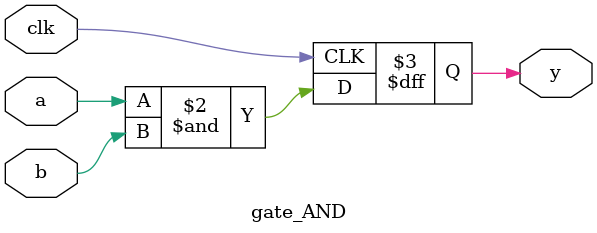
<source format=v>
`timescale 1ns / 1ps


module gate_AND(a, b, y, clk);
 input a, b, clk;
 output reg y;
 
 always @(posedge clk)
  begin
   y <= a& b;
  end

endmodule

</source>
